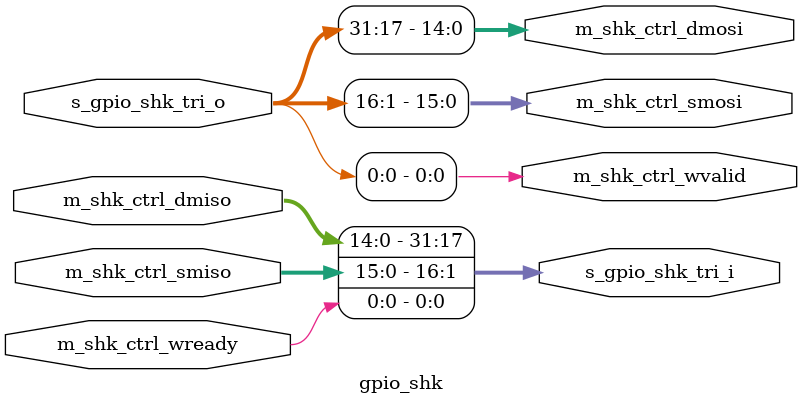
<source format=v>
`timescale 1ns / 1ps


module gpio_shk#(
    parameter WD_GPIO = 32,
    parameter WD_SYNC = 16,
    parameter WD_DLAY = 15
    )(
    //input       s_sys_base_clock,
    //input       s_sys_base_resetn,
// gpio
    input   [WD_GPIO-1:0]    s_gpio_shk_tri_o,
    output  [WD_GPIO-1:0]    s_gpio_shk_tri_i,
//shk
    output                   m_shk_ctrl_wvalid,
    output  [WD_SYNC-1:0]    m_shk_ctrl_smosi ,
    output  [WD_DLAY-1:0]    m_shk_ctrl_dmosi ,
    input                    m_shk_ctrl_wready,
    input   [WD_SYNC-1:0]    m_shk_ctrl_smiso ,
    input   [WD_DLAY-1:0]    m_shk_ctrl_dmiso 
    );
//connect 
assign m_shk_ctrl_wvalid = s_gpio_shk_tri_o[0];
assign m_shk_ctrl_smosi  = s_gpio_shk_tri_o[WD_SYNC:1];
assign m_shk_ctrl_dmosi  = s_gpio_shk_tri_o[WD_DLAY+WD_SYNC:WD_SYNC+1];

assign s_gpio_shk_tri_i[0]                         = m_shk_ctrl_wready;
assign s_gpio_shk_tri_i[WD_SYNC:1]                 = m_shk_ctrl_smiso;
assign s_gpio_shk_tri_i[WD_DLAY+WD_SYNC:WD_SYNC+1] = m_shk_ctrl_dmiso;

endmodule

</source>
